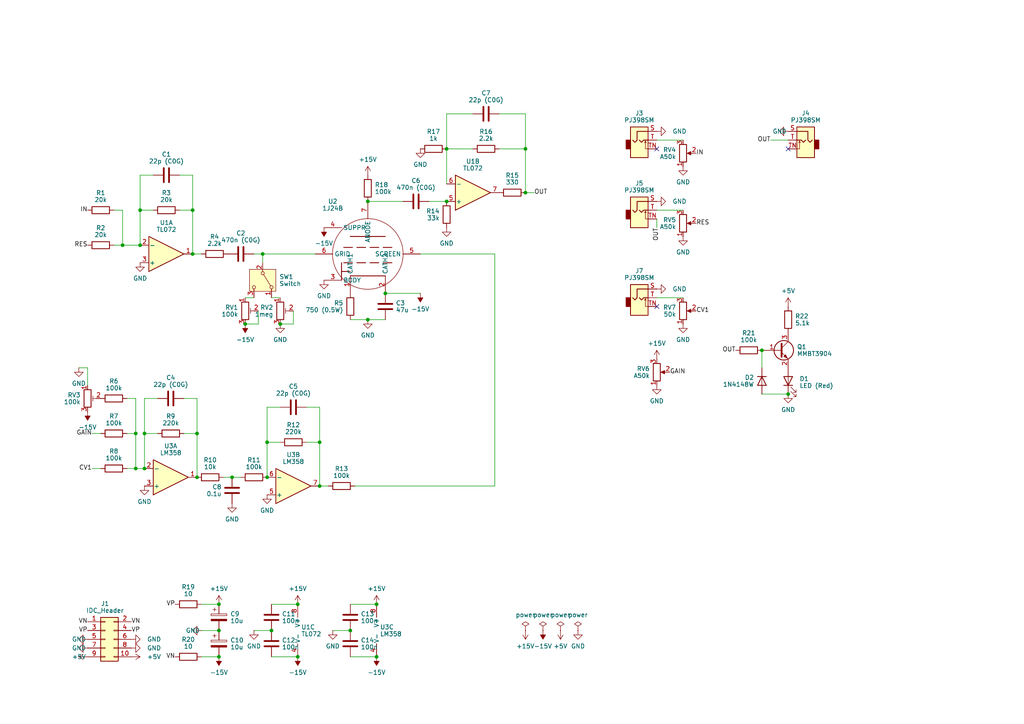
<source format=kicad_sch>
(kicad_sch (version 20211123) (generator "elektron")
  (paper "A4")
  (title_block (title "pentode vca") (date "02-02-2023") (rev "1") (comment 1 "main circuit") (comment 2 "pentode tube vca") (comment 4 "License CC BY 4.0 - Attribution 4.0 International"))
  (label "IN" (at 25.4 60.96 180))
  (symbol (lib_id "Device:R") (at 29.21 60.96 90) (unit 1)
    (property "Reference" "R1" (at 29.21 55.94 -90))
    (property "Value" "20k" (at 29.21 57.94 -90))
    (property "Footprint" Resistor_SMD:R_0805_2012Metric_Pad1.20x1.40mm_HandSolder (effects (hide yes) hide))
    (property "Description" "Resistor" (effects (hide yes)))
    (property "ki_keywords" "R res resistor" (effects (hide yes)))
    (property "ki_fp_filters" "R_*" (effects (hide yes)))
  )
  (wire (pts (xy 33.02 60.96) (xy 35.56 60.96)))
  (wire (pts (xy 35.56 60.96) (xy 35.56 71.12)))
  (junction (at 35.56 71.12))
  (wire (pts (xy 35.56 71.12) (xy 33.02 71.12)))
  (symbol (lib_id "Device:R") (at 29.21 71.12 270) (unit 1)
    (property "Reference" "R2" (at 29.21 66.1 -270))
    (property "Value" "20k" (at 29.21 68.1 -270))
    (property "Footprint" Resistor_SMD:R_0805_2012Metric_Pad1.20x1.40mm_HandSolder (effects (hide yes) hide))
    (property "Description" "Resistor" (effects (hide yes)))
    (property "ki_keywords" "R res resistor" (effects (hide yes)))
    (property "ki_fp_filters" "R_*" (effects (hide yes)))
  )
  (label "RES" (at 25.4 71.12 180))
  (wire (pts (xy 35.56 71.12) (xy 38.1 71.12)))
  (wire (pts (xy 38.1 71.12) (xy 40.64 71.12)))
  (symbol (lib_id "Amplifier_Operational:TL072") (at 48.26 73.66 0) (mirror x) (unit 1)
    (property "Reference" "U1" (at 48.26 64.58 0))
    (property "Value" "TL072" (at 48.26 66.58 0))
    (property "Footprint" Package_SO:SOIC-8_3.9x4.9mm_P1.27mm (effects (hide yes) hide))
    (property "Datasheet" "http://www.ti.com/lit/ds/symlink/tl071.pdf" (effects (hide yes)))
    (property "Description" "Dual Low-Noise JFET-Input Operational Amplifiers, DIP-8/SOIC-8" (effects (hide yes)))
    (property "ki_keywords" "dual opamp" (effects (hide yes)))
    (property "ki_fp_filters" "SOIC*3.9x4.9mm*P1.27mm* DIP*W7.62mm* TO*99* OnSemi*Micro8* TSSOP*3x3mm*P0.65mm* TSSOP*4.4x3mm*P0.65mm* MSOP*3x3mm*P0.65mm* SSOP*3.9x4.9mm*P0.635mm* LFCSP*2x2mm*P0.5mm* *SIP* SOIC*5.3x6.2mm*P1.27mm*" (effects (hide yes)))
  )
  (wire (pts (xy 55.88 73.66) (xy 55.88 60.96)))
  (junction (at 55.88 60.96))
  (wire (pts (xy 55.88 60.96) (xy 52.07 60.96)))
  (wire (pts (xy 44.45 60.96) (xy 40.64 60.96)))
  (symbol (lib_id "Device:R") (at 48.26 60.96 270) (unit 1)
    (property "Reference" "R3" (at 48.26 55.94 -270))
    (property "Value" "20k" (at 48.26 57.94 -270))
    (property "Footprint" Resistor_SMD:R_0805_2012Metric_Pad1.20x1.40mm_HandSolder (effects (hide yes) hide))
    (property "Description" "Resistor" (effects (hide yes)))
    (property "ki_keywords" "R res resistor" (effects (hide yes)))
    (property "ki_fp_filters" "R_*" (effects (hide yes)))
  )
  (junction (at 40.64 60.96))
  (wire (pts (xy 40.64 60.96) (xy 40.64 71.12)))
  (junction (at 40.64 71.12))
  (wire (pts (xy 40.64 60.96) (xy 40.64 50.8)))
  (wire (pts (xy 40.64 50.8) (xy 44.45 50.8)))
  (wire (pts (xy 52.07 50.8) (xy 55.88 50.8)))
  (symbol (lib_id "Device:C") (at 48.26 50.8 90) (unit 1)
    (property "Reference" "C1" (at 48.26 44.77 -90))
    (property "Value" "22p (C0G)" (at 48.26 46.77 -90))
    (property "Footprint" Capacitor_SMD:C_0805_2012Metric_Pad1.18x1.45mm_HandSolder (effects (hide yes) hide))
    (property "Description" "Unpolarized capacitor" (effects (hide yes)))
    (property "ki_keywords" "cap capacitor" (effects (hide yes)))
    (property "ki_fp_filters" "C_*" (effects (hide yes)))
  )
  (wire (pts (xy 55.88 50.8) (xy 55.88 60.96)))
  (symbol (lib_id "power:GND") (at 40.64 76.2 0) (unit 1)
    (property "Reference" "GND" (effects (hide yes)))
    (property "Value" "GND" (at 40.64 80.74 0))
    (property "Description" "Power symbol creates a global label with name \"GND\" , ground" (effects (hide yes)))
    (property "ki_keywords" "global power" (effects (hide yes)))
  )
  (junction (at 55.88 73.66))
  (wire (pts (xy 55.88 73.66) (xy 58.42 73.66)))
  (symbol (lib_id "Device:R") (at 62.23 73.66 90) (unit 1)
    (property "Reference" "R4" (at 62.23 68.64 -90))
    (property "Value" "2.2k" (at 62.23 70.64 -90))
    (property "Footprint" Resistor_SMD:R_0805_2012Metric_Pad1.20x1.40mm_HandSolder (effects (hide yes) hide))
    (property "Description" "Resistor" (effects (hide yes)))
    (property "ki_keywords" "R res resistor" (effects (hide yes)))
    (property "ki_fp_filters" "R_*" (effects (hide yes)))
  )
  (symbol (lib_id "Device:C") (at 69.85 73.66 90) (unit 1)
    (property "Reference" "C2" (at 69.85 67.63 -90))
    (property "Value" "470n (C0G)" (at 69.85 69.63 -90))
    (property "Footprint" Capacitor_SMD:C_2220_5750Metric_Pad1.97x5.40mm_HandSolder (effects (hide yes) hide))
    (property "Description" "Unpolarized capacitor" (effects (hide yes)))
    (property "ki_keywords" "cap capacitor" (effects (hide yes)))
    (property "ki_fp_filters" "C_*" (effects (hide yes)))
  )
  (wire (pts (xy 73.66 73.66) (xy 76.2 73.66)))
  (junction (at 76.2 73.66))
  (wire (pts (xy 76.2 73.66) (xy 91.44 73.66)))
  (symbol (lib_id "1j24b:1J24B") (at 106.68 73.66 0) (unit 1)
    (property "Reference" "U2" (at 96.52000000000001 58.419999999999995 0))
    (property "Value" "1J24B" (at 96.52000000000001 60.419999999999995 0))
    (property "Footprint" elektrophon:1J24B (effects hide))
    (property "SPICEPREFIX" "X" (effects hide))
  )
  (symbol (lib_id "power:GND") (at 93.98 81.28 0) (unit 1)
    (property "Reference" "GND" (effects (hide yes)))
    (property "Value" "GND" (at 93.98 85.82 0))
    (property "Description" "Power symbol creates a global label with name \"GND\" , ground" (effects (hide yes)))
    (property "ki_keywords" "global power" (effects (hide yes)))
  )
  (symbol (lib_id "power:-15V") (at 93.98 66.04 180) (unit 1)
    (property "Reference" "-15V" (effects (hide yes)))
    (property "Value" "-15V" (at 93.98 70.58 0))
    (property "Description" "Power symbol creates a global label with name \"-15V\"" (effects (hide yes)))
    (property "ki_keywords" "global power" (effects (hide yes)))
  )
  (wire (pts (xy 76.2 73.66) (xy 76.2 76.2)))
  (symbol (lib_id "Switch:SW_SPDT") (at 76.2 81.28 270) (unit 1)
    (property "Reference" "SW1" (at 81.01 80.28 -270) (effects (justify left)))
    (property "Value" "Switch" (at 81.01 82.28 -270) (effects (justify left)))
    (property "Footprint" elektrophon:SPDT_KIT (effects (hide yes) hide))
    (property "Description" "Switch, single pole double throw" (effects (hide yes)))
    (property "ki_keywords" "switch single-pole double-throw spdt ON-ON" (effects (hide yes)))
    (property "Spice_Model" "Switch1" (effects hide))
    (property "Spice_Primitive" "X" (effects hide))
  )
  (wire (pts (xy 73.66 86.36) (xy 71.12 86.36)))
  (symbol (lib_id "Device:R_Potentiometer_Trim") (at 71.12 90.17 0) (unit 1)
    (property "Reference" "RV1" (at 69.1 89.17 0) (effects (justify right)))
    (property "Value" "100k" (at 69.1 91.17 0) (effects (justify right)))
    (property "Footprint" Potentiometer_THT:Potentiometer_Bourns_3299W_Vertical (effects (hide yes) hide))
    (property "Description" "Trim-potentiometer" (effects (hide yes)))
    (property "ki_keywords" "resistor variable trimpot trimmer" (effects (hide yes)))
    (property "ki_fp_filters" "Potentiometer*" (effects (hide yes)))
  )
  (symbol (lib_id "power:-15V") (at 71.12 93.98 180) (unit 1)
    (property "Reference" "-15V" (effects (hide yes)))
    (property "Value" "-15V" (at 71.12 98.52 0))
    (property "Description" "Power symbol creates a global label with name \"-15V\"" (effects (hide yes)))
    (property "ki_keywords" "global power" (effects (hide yes)))
  )
  (wire (pts (xy 74.93 90.17) (xy 74.93 93.98)))
  (junction (at 71.12 93.98))
  (wire (pts (xy 74.93 93.98) (xy 71.12 93.98)))
  (wire (pts (xy 78.74 86.36) (xy 81.28 86.36)))
  (symbol (lib_id "Device:R_Potentiometer_Trim") (at 81.28 90.17 0) (unit 1)
    (property "Reference" "RV2" (at 79.26 89.17 0) (effects (justify right)))
    (property "Value" "1meg" (at 79.26 91.17 0) (effects (justify right)))
    (property "Footprint" Potentiometer_THT:Potentiometer_Bourns_3299W_Vertical (effects (hide yes) hide))
    (property "Description" "Trim-potentiometer" (effects (hide yes)))
    (property "ki_keywords" "resistor variable trimpot trimmer" (effects (hide yes)))
    (property "ki_fp_filters" "Potentiometer*" (effects (hide yes)))
  )
  (symbol (lib_id "power:GND") (at 81.28 93.98 0) (unit 1)
    (property "Reference" "GND" (effects (hide yes)))
    (property "Value" "GND" (at 81.28 98.52 0))
    (property "Description" "Power symbol creates a global label with name \"GND\" , ground" (effects (hide yes)))
    (property "ki_keywords" "global power" (effects (hide yes)))
  )
  (wire (pts (xy 85.09 90.17) (xy 85.09 93.98)))
  (junction (at 81.28 93.98))
  (wire (pts (xy 85.09 93.98) (xy 81.28 93.98)))
  (symbol (lib_id "Device:R") (at 101.6 88.9 0) (unit 1)
    (property "Reference" "R5" (at 99.58 87.9 0) (effects (justify right)))
    (property "Value" "750 (0.5W)" (at 99.58 89.9 0) (effects (justify right)))
    (property "Footprint" Resistor_SMD:R_0805_2012Metric_Pad1.20x1.40mm_HandSolder (effects (hide yes) hide))
    (property "Description" "Resistor" (effects (hide yes)))
    (property "ki_keywords" "R res resistor" (effects (hide yes)))
    (property "ki_fp_filters" "R_*" (effects (hide yes)))
  )
  (wire (pts (xy 101.6 92.71) (xy 106.68 92.71)))
  (junction (at 106.68 92.71))
  (wire (pts (xy 106.68 92.71) (xy 111.76 92.71)))
  (symbol (lib_id "Device:C") (at 111.76 88.9 180) (unit 1)
    (property "Reference" "C3" (at 114.79 87.9 0) (effects (justify right)))
    (property "Value" "47u" (at 114.79 89.9 0) (effects (justify right)))
    (property "Footprint" Capacitor_SMD:C_2220_5750Metric_Pad1.97x5.40mm_HandSolder (effects (hide yes) hide))
    (property "Description" "Unpolarized capacitor" (effects (hide yes)))
    (property "ki_keywords" "cap capacitor" (effects (hide yes)))
    (property "ki_fp_filters" "C_*" (effects (hide yes)))
  )
  (junction (at 111.76 85.09))
  (wire (pts (xy 111.76 85.09) (xy 121.92 85.09)))
  (symbol (lib_id "power:-15V") (at 121.92 85.09 180) (unit 1)
    (property "Reference" "-15V" (effects (hide yes)))
    (property "Value" "-15V" (at 121.92 89.63 0))
    (property "Description" "Power symbol creates a global label with name \"-15V\"" (effects (hide yes)))
    (property "ki_keywords" "global power" (effects (hide yes)))
  )
  (symbol (lib_id "power:GND") (at 106.68 92.71 0) (unit 1)
    (property "Reference" "GND" (effects (hide yes)))
    (property "Value" "GND" (at 106.68 97.25 0))
    (property "Description" "Power symbol creates a global label with name \"GND\" , ground" (effects (hide yes)))
    (property "ki_keywords" "global power" (effects (hide yes)))
  )
  (symbol (lib_id "Device:R_Potentiometer_Trim") (at 25.4 115.57 0) (unit 1)
    (property "Reference" "RV3" (at 23.38 114.57 0) (effects (justify right)))
    (property "Value" "100k" (at 23.38 116.57 0) (effects (justify right)))
    (property "Footprint" Potentiometer_THT:Potentiometer_Bourns_3299W_Vertical (effects (hide yes) hide))
    (property "Description" "Trim-potentiometer" (effects (hide yes)))
    (property "ki_keywords" "resistor variable trimpot trimmer" (effects (hide yes)))
    (property "ki_fp_filters" "Potentiometer*" (effects (hide yes)))
  )
  (symbol (lib_id "Device:R") (at 33.02 115.57 90) (unit 1)
    (property "Reference" "R6" (at 33.02 110.55 -90))
    (property "Value" "100k" (at 33.02 112.55 -90))
    (property "Footprint" Resistor_SMD:R_0805_2012Metric_Pad1.20x1.40mm_HandSolder (effects (hide yes) hide))
    (property "Description" "Resistor" (effects (hide yes)))
    (property "ki_keywords" "R res resistor" (effects (hide yes)))
    (property "ki_fp_filters" "R_*" (effects (hide yes)))
  )
  (wire (pts (xy 36.83 115.57) (xy 39.37 115.57)))
  (wire (pts (xy 39.37 115.57) (xy 39.37 125.73)))
  (junction (at 39.37 125.73))
  (wire (pts (xy 39.37 125.73) (xy 36.83 125.73)))
  (symbol (lib_id "Device:R") (at 33.02 125.73 270) (unit 1)
    (property "Reference" "R7" (at 33.02 120.71 -270))
    (property "Value" "100k" (at 33.02 122.71 -270))
    (property "Footprint" Resistor_SMD:R_0805_2012Metric_Pad1.20x1.40mm_HandSolder (effects (hide yes) hide))
    (property "Description" "Resistor" (effects (hide yes)))
    (property "ki_keywords" "R res resistor" (effects (hide yes)))
    (property "ki_fp_filters" "R_*" (effects (hide yes)))
  )
  (wire (pts (xy 29.21 125.73) (xy 26.67 125.73)))
  (label "GAIN" (at 26.67 125.73 180))
  (wire (pts (xy 39.37 125.73) (xy 39.37 135.89)))
  (junction (at 39.37 135.89))
  (wire (pts (xy 39.37 135.89) (xy 36.83 135.89)))
  (symbol (lib_id "Device:R") (at 33.02 135.89 270) (unit 1)
    (property "Reference" "R8" (at 33.02 130.87 -270))
    (property "Value" "100k" (at 33.02 132.87 -270))
    (property "Footprint" Resistor_SMD:R_0805_2012Metric_Pad1.20x1.40mm_HandSolder (effects (hide yes) hide))
    (property "Description" "Resistor" (effects (hide yes)))
    (property "ki_keywords" "R res resistor" (effects (hide yes)))
    (property "ki_fp_filters" "R_*" (effects (hide yes)))
  )
  (wire (pts (xy 29.21 135.89) (xy 26.67 135.89)))
  (label "CV1" (at 26.67 135.89 180))
  (wire (pts (xy 25.4 111.76) (xy 25.4 106.68)))
  (wire (pts (xy 25.4 106.68) (xy 22.86 106.68)))
  (symbol (lib_id "power:GND") (at 22.86 106.68 0) (unit 1)
    (property "Reference" "GND" (effects (hide yes)))
    (property "Value" "GND" (at 22.86 111.22 0))
    (property "Description" "Power symbol creates a global label with name \"GND\" , ground" (effects (hide yes)))
    (property "ki_keywords" "global power" (effects (hide yes)))
  )
  (symbol (lib_id "power:-15V") (at 25.4 119.38 180) (unit 1)
    (property "Reference" "-15V" (effects (hide yes)))
    (property "Value" "-15V" (at 25.4 123.92 0))
    (property "Description" "Power symbol creates a global label with name \"-15V\"" (effects (hide yes)))
    (property "ki_keywords" "global power" (effects (hide yes)))
  )
  (junction (at 41.91 135.89))
  (wire (pts (xy 39.37 135.89) (xy 41.91 135.89)))
  (symbol (lib_id "Amplifier_Operational:LM358") (at 49.53 138.43 0) (mirror x) (unit 1)
    (property "Reference" "U3" (at 49.53 129.35 0))
    (property "Value" "LM358" (at 49.53 131.35 0))
    (property "Footprint" Package_SO:SOIC-8_3.9x4.9mm_P1.27mm (effects (hide yes) hide))
    (property "Datasheet" "http://www.ti.com/lit/ds/symlink/lm2904-n.pdf" (effects (hide yes)))
    (property "Description" "Low-Power, Dual Operational Amplifiers, DIP-8/SOIC-8/TO-99-8" (effects (hide yes)))
    (property "ki_keywords" "dual opamp" (effects (hide yes)))
    (property "ki_fp_filters" "SOIC*3.9x4.9mm*P1.27mm* DIP*W7.62mm* TO*99* OnSemi*Micro8* TSSOP*3x3mm*P0.65mm* TSSOP*4.4x3mm*P0.65mm* MSOP*3x3mm*P0.65mm* SSOP*3.9x4.9mm*P0.635mm* LFCSP*2x2mm*P0.5mm* *SIP* SOIC*5.3x6.2mm*P1.27mm*" (effects (hide yes)))
  )
  (junction (at 57.15 138.43))
  (wire (pts (xy 57.15 138.43) (xy 57.15 125.73)))
  (junction (at 57.15 125.73))
  (wire (pts (xy 57.15 125.73) (xy 53.34 125.73)))
  (wire (pts (xy 45.72 125.73) (xy 41.91 125.73)))
  (symbol (lib_id "Device:R") (at 49.53 125.73 270) (unit 1)
    (property "Reference" "R9" (at 49.53 120.71 -270))
    (property "Value" "220k" (at 49.53 122.71 -270))
    (property "Footprint" Resistor_SMD:R_0805_2012Metric_Pad1.20x1.40mm_HandSolder (effects (hide yes) hide))
    (property "Description" "Resistor" (effects (hide yes)))
    (property "ki_keywords" "R res resistor" (effects (hide yes)))
    (property "ki_fp_filters" "R_*" (effects (hide yes)))
  )
  (junction (at 41.91 125.73))
  (wire (pts (xy 41.91 125.73) (xy 41.91 135.89)))
  (wire (pts (xy 41.91 125.73) (xy 41.91 115.57)))
  (wire (pts (xy 41.91 115.57) (xy 45.72 115.57)))
  (wire (pts (xy 53.34 115.57) (xy 57.15 115.57)))
  (symbol (lib_id "Device:C") (at 49.53 115.57 90) (unit 1)
    (property "Reference" "C4" (at 49.53 109.54 -90))
    (property "Value" "22p (C0G)" (at 49.53 111.54 -90))
    (property "Footprint" Capacitor_SMD:C_0805_2012Metric_Pad1.18x1.45mm_HandSolder (effects (hide yes) hide))
    (property "Description" "Unpolarized capacitor" (effects (hide yes)))
    (property "ki_keywords" "cap capacitor" (effects (hide yes)))
    (property "ki_fp_filters" "C_*" (effects (hide yes)))
  )
  (wire (pts (xy 57.15 115.57) (xy 57.15 125.73)))
  (symbol (lib_id "Device:R") (at 60.96 138.43 90) (unit 1)
    (property "Reference" "R10" (at 60.96 133.41 -90))
    (property "Value" "10k" (at 60.96 135.41 -90))
    (property "Footprint" Resistor_SMD:R_0805_2012Metric_Pad1.20x1.40mm_HandSolder (effects (hide yes) hide))
    (property "Description" "Resistor" (effects (hide yes)))
    (property "ki_keywords" "R res resistor" (effects (hide yes)))
    (property "ki_fp_filters" "R_*" (effects (hide yes)))
  )
  (wire (pts (xy 64.77 138.43) (xy 67.31 138.43)))
  (junction (at 67.31 138.43))
  (wire (pts (xy 67.31 138.43) (xy 69.85 138.43)))
  (symbol (lib_id "Device:R") (at 73.66 138.43 90) (unit 1)
    (property "Reference" "R11" (at 73.66 133.41 -90))
    (property "Value" "100k" (at 73.66 135.41 -90))
    (property "Footprint" Resistor_SMD:R_0805_2012Metric_Pad1.20x1.40mm_HandSolder (effects (hide yes) hide))
    (property "Description" "Resistor" (effects (hide yes)))
    (property "ki_keywords" "R res resistor" (effects (hide yes)))
    (property "ki_fp_filters" "R_*" (effects (hide yes)))
  )
  (symbol (lib_id "Amplifier_Operational:LM358") (at 85.09 140.97 0) (mirror x) (unit 2)
    (property "Reference" "U3" (at 85.09 131.89 0))
    (property "Value" "LM358" (at 85.09 133.89 0))
    (property "Footprint" Package_SO:SOIC-8_3.9x4.9mm_P1.27mm (effects (hide yes) hide))
    (property "Datasheet" "http://www.ti.com/lit/ds/symlink/lm2904-n.pdf" (effects (hide yes)))
    (property "Description" "Low-Power, Dual Operational Amplifiers, DIP-8/SOIC-8/TO-99-8" (effects (hide yes)))
    (property "ki_keywords" "dual opamp" (effects (hide yes)))
    (property "ki_fp_filters" "SOIC*3.9x4.9mm*P1.27mm* DIP*W7.62mm* TO*99* OnSemi*Micro8* TSSOP*3x3mm*P0.65mm* TSSOP*4.4x3mm*P0.65mm* MSOP*3x3mm*P0.65mm* SSOP*3.9x4.9mm*P0.635mm* LFCSP*2x2mm*P0.5mm* *SIP* SOIC*5.3x6.2mm*P1.27mm*" (effects (hide yes)))
  )
  (wire (pts (xy 92.71 140.97) (xy 92.71 128.27)))
  (junction (at 92.71 128.27))
  (wire (pts (xy 92.71 128.27) (xy 88.9 128.27)))
  (wire (pts (xy 81.28 128.27) (xy 77.47 128.27)))
  (symbol (lib_id "Device:R") (at 85.09 128.27 270) (unit 1)
    (property "Reference" "R12" (at 85.09 123.25 -270))
    (property "Value" "220k" (at 85.09 125.25 -270))
    (property "Footprint" Resistor_SMD:R_0805_2012Metric_Pad1.20x1.40mm_HandSolder (effects (hide yes) hide))
    (property "Description" "Resistor" (effects (hide yes)))
    (property "ki_keywords" "R res resistor" (effects (hide yes)))
    (property "ki_fp_filters" "R_*" (effects (hide yes)))
  )
  (junction (at 77.47 128.27))
  (junction (at 77.47 138.43))
  (wire (pts (xy 77.47 128.27) (xy 77.47 138.43)))
  (wire (pts (xy 77.47 128.27) (xy 77.47 118.11)))
  (wire (pts (xy 77.47 118.11) (xy 81.28 118.11)))
  (wire (pts (xy 88.9 118.11) (xy 92.71 118.11)))
  (symbol (lib_id "Device:C") (at 85.09 118.11 90) (unit 1)
    (property "Reference" "C5" (at 85.09 112.08 -90))
    (property "Value" "22p (C0G)" (at 85.09 114.08 -90))
    (property "Footprint" Capacitor_SMD:C_0805_2012Metric_Pad1.18x1.45mm_HandSolder (effects (hide yes) hide))
    (property "Description" "Unpolarized capacitor" (effects (hide yes)))
    (property "ki_keywords" "cap capacitor" (effects (hide yes)))
    (property "ki_fp_filters" "C_*" (effects (hide yes)))
  )
  (wire (pts (xy 92.71 118.11) (xy 92.71 128.27)))
  (junction (at 92.71 140.97))
  (wire (pts (xy 92.71 140.97) (xy 95.25 140.97)))
  (symbol (lib_id "Device:R") (at 99.06 140.97 90) (unit 1)
    (property "Reference" "R13" (at 99.06 135.95 -90))
    (property "Value" "100k" (at 99.06 137.95 -90))
    (property "Footprint" Resistor_SMD:R_0805_2012Metric_Pad1.20x1.40mm_HandSolder (effects (hide yes) hide))
    (property "Description" "Resistor" (effects (hide yes)))
    (property "ki_keywords" "R res resistor" (effects (hide yes)))
    (property "ki_fp_filters" "R_*" (effects (hide yes)))
  )
  (wire (pts (xy 102.87 140.97) (xy 143.51 140.97)))
  (wire (pts (xy 143.51 140.97) (xy 143.51 73.66)))
  (wire (pts (xy 143.51 73.66) (xy 121.92 73.66)))
  (junction (at 106.68 58.42))
  (wire (pts (xy 106.68 58.42) (xy 116.84 58.42)))
  (symbol (lib_id "Device:C") (at 120.65 58.42 90) (unit 1)
    (property "Reference" "C6" (at 120.65 52.39 -90))
    (property "Value" "470n (C0G)" (at 120.65 54.39 -90))
    (property "Footprint" Capacitor_SMD:C_2220_5750Metric_Pad1.97x5.40mm_HandSolder (effects (hide yes) hide))
    (property "Description" "Unpolarized capacitor" (effects (hide yes)))
    (property "ki_keywords" "cap capacitor" (effects (hide yes)))
    (property "ki_fp_filters" "C_*" (effects (hide yes)))
  )
  (wire (pts (xy 124.46 58.42) (xy 129.54 58.42)))
  (junction (at 129.54 58.42))
  (symbol (lib_id "Amplifier_Operational:TL072") (at 137.16 55.88 0) (mirror x) (unit 2)
    (property "Reference" "U1" (at 137.16 46.8 0))
    (property "Value" "TL072" (at 137.16 48.8 0))
    (property "Footprint" Package_SO:SOIC-8_3.9x4.9mm_P1.27mm (effects (hide yes) hide))
    (property "Datasheet" "http://www.ti.com/lit/ds/symlink/tl071.pdf" (effects (hide yes)))
    (property "Description" "Dual Low-Noise JFET-Input Operational Amplifiers, DIP-8/SOIC-8" (effects (hide yes)))
    (property "ki_keywords" "dual opamp" (effects (hide yes)))
    (property "ki_fp_filters" "SOIC*3.9x4.9mm*P1.27mm* DIP*W7.62mm* TO*99* OnSemi*Micro8* TSSOP*3x3mm*P0.65mm* TSSOP*4.4x3mm*P0.65mm* MSOP*3x3mm*P0.65mm* SSOP*3.9x4.9mm*P0.635mm* LFCSP*2x2mm*P0.5mm* *SIP* SOIC*5.3x6.2mm*P1.27mm*" (effects (hide yes)))
  )
  (symbol (lib_id "Device:R") (at 129.54 62.23 0) (unit 1)
    (property "Reference" "R14" (at 127.52000000000001 61.230000000000004 0) (effects (justify right)))
    (property "Value" "33k" (at 127.52000000000001 63.230000000000004 0) (effects (justify right)))
    (property "Footprint" Resistor_SMD:R_0805_2012Metric_Pad1.20x1.40mm_HandSolder (effects (hide yes) hide))
    (property "Description" "Resistor" (effects (hide yes)))
    (property "ki_keywords" "R res resistor" (effects (hide yes)))
    (property "ki_fp_filters" "R_*" (effects (hide yes)))
  )
  (symbol (lib_id "power:GND") (at 129.54 66.04 0) (unit 1)
    (property "Reference" "GND" (effects (hide yes)))
    (property "Value" "GND" (at 129.54 70.58 0))
    (property "Description" "Power symbol creates a global label with name \"GND\" , ground" (effects (hide yes)))
    (property "ki_keywords" "global power" (effects (hide yes)))
  )
  (symbol (lib_id "Device:R") (at 148.59 55.88 90) (unit 1)
    (property "Reference" "R15" (at 148.59 50.86 -90))
    (property "Value" "330" (at 148.59 52.86 -90))
    (property "Footprint" Resistor_SMD:R_0805_2012Metric_Pad1.20x1.40mm_HandSolder (effects (hide yes) hide))
    (property "Description" "Resistor" (effects (hide yes)))
    (property "ki_keywords" "R res resistor" (effects (hide yes)))
    (property "ki_fp_filters" "R_*" (effects (hide yes)))
  )
  (wire (pts (xy 152.4 55.88) (xy 152.4 43.18)))
  (junction (at 152.4 43.18))
  (wire (pts (xy 152.4 43.18) (xy 144.78 43.18)))
  (wire (pts (xy 137.16 43.18) (xy 129.54 43.18)))
  (symbol (lib_id "Device:R") (at 140.97 43.18 90) (unit 1)
    (property "Reference" "R16" (at 140.97 38.16 -90))
    (property "Value" "2.2k" (at 140.97 40.16 -90))
    (property "Footprint" Resistor_SMD:R_0805_2012Metric_Pad1.20x1.40mm_HandSolder (effects (hide yes) hide))
    (property "Description" "Resistor" (effects (hide yes)))
    (property "ki_keywords" "R res resistor" (effects (hide yes)))
    (property "ki_fp_filters" "R_*" (effects (hide yes)))
  )
  (junction (at 129.54 43.18))
  (wire (pts (xy 129.54 43.18) (xy 129.54 53.34)))
  (symbol (lib_id "Device:R") (at 125.73 43.18 270) (unit 1)
    (property "Reference" "R17" (at 125.73 38.16 -270))
    (property "Value" "1k" (at 125.73 40.16 -270))
    (property "Footprint" Resistor_SMD:R_0805_2012Metric_Pad1.20x1.40mm_HandSolder (effects (hide yes) hide))
    (property "Description" "Resistor" (effects (hide yes)))
    (property "ki_keywords" "R res resistor" (effects (hide yes)))
    (property "ki_fp_filters" "R_*" (effects (hide yes)))
  )
  (symbol (lib_id "power:GND") (at 121.92 43.18 0) (unit 1)
    (property "Reference" "GND" (effects (hide yes)))
    (property "Value" "GND" (at 121.92 47.72 0))
    (property "Description" "Power symbol creates a global label with name \"GND\" , ground" (effects (hide yes)))
    (property "ki_keywords" "global power" (effects (hide yes)))
  )
  (wire (pts (xy 129.54 43.18) (xy 129.54 33.02)))
  (wire (pts (xy 129.54 33.02) (xy 137.16 33.02)))
  (wire (pts (xy 144.78 33.02) (xy 152.4 33.02)))
  (symbol (lib_id "Device:C") (at 140.97 33.02 90) (unit 1)
    (property "Reference" "C7" (at 140.97 26.99 -90))
    (property "Value" "22p (C0G)" (at 140.97 28.99 -90))
    (property "Footprint" Capacitor_SMD:C_0805_2012Metric_Pad1.18x1.45mm_HandSolder (effects (hide yes) hide))
    (property "Description" "Unpolarized capacitor" (effects (hide yes)))
    (property "ki_keywords" "cap capacitor" (effects (hide yes)))
    (property "ki_fp_filters" "C_*" (effects (hide yes)))
  )
  (wire (pts (xy 152.4 33.02) (xy 152.4 43.18)))
  (junction (at 152.4 55.88))
  (wire (pts (xy 152.4 55.88) (xy 154.94 55.88)))
  (label "OUT" (at 154.94 55.88 0))
  (symbol (lib_id "Device:R") (at 106.68 54.61 180) (unit 1)
    (property "Reference" "R18" (at 108.7 53.61 0) (effects (justify right)))
    (property "Value" "100k" (at 108.7 55.61 0) (effects (justify right)))
    (property "Footprint" Resistor_SMD:R_0805_2012Metric_Pad1.20x1.40mm_HandSolder (effects (hide yes) hide))
    (property "Description" "Resistor" (effects (hide yes)))
    (property "ki_keywords" "R res resistor" (effects (hide yes)))
    (property "ki_fp_filters" "R_*" (effects (hide yes)))
  )
  (symbol (lib_id "power:+15V") (at 106.68 50.8 0) (unit 1)
    (property "Reference" "+15V" (effects (hide yes)))
    (property "Value" "+15V" (at 106.68 46.26 0))
    (property "Description" "Power symbol creates a global label with name \"+15V\"" (effects (hide yes)))
    (property "ki_keywords" "global power" (effects (hide yes)))
  )
  (symbol (lib_id "power:GND") (at 41.91 140.97 0) (unit 1)
    (property "Reference" "GND" (effects (hide yes)))
    (property "Value" "GND" (at 41.91 145.51 0))
    (property "Description" "Power symbol creates a global label with name \"GND\" , ground" (effects (hide yes)))
    (property "ki_keywords" "global power" (effects (hide yes)))
  )
  (symbol (lib_id "power:GND") (at 77.47 143.51 0) (unit 1)
    (property "Reference" "GND" (effects (hide yes)))
    (property "Value" "GND" (at 77.47 148.05 0))
    (property "Description" "Power symbol creates a global label with name \"GND\" , ground" (effects (hide yes)))
    (property "ki_keywords" "global power" (effects (hide yes)))
  )
  (symbol (lib_id "Device:C") (at 67.31 142.24 0) (unit 1)
    (property "Reference" "C8" (at 64.28 141.24 0) (effects (justify right)))
    (property "Value" "0.1u" (at 64.28 143.24 0) (effects (justify right)))
    (property "Footprint" Capacitor_SMD:C_0805_2012Metric_Pad1.18x1.45mm_HandSolder (effects (hide yes) hide))
    (property "Description" "Unpolarized capacitor" (effects (hide yes)))
    (property "ki_keywords" "cap capacitor" (effects (hide yes)))
    (property "ki_fp_filters" "C_*" (effects (hide yes)))
  )
  (symbol (lib_id "power:GND") (at 67.31 146.05 0) (unit 1)
    (property "Reference" "GND" (effects (hide yes)))
    (property "Value" "GND" (at 67.31 150.59 0))
    (property "Description" "Power symbol creates a global label with name \"GND\" , ground" (effects (hide yes)))
    (property "ki_keywords" "global power" (effects (hide yes)))
  )
  (symbol (lib_id "Connector_Audio:AudioJack2_SwitchT") (at 185.42 40.64 0) (unit 1)
    (property "Reference" "J3" (at 185.42 32.83 0))
    (property "Value" "PJ398SM" (at 185.42 34.83 0))
    (property "Footprint" elektrophon:Jack_3.5mm_WQP-PJ398SM_Vertical (effects (hide yes) hide))
    (property "Description" "Audio Jack, 2 Poles (Mono / TS), Switched T Pole (Normalling)" (effects (hide yes)))
    (property "ki_keywords" "audio jack receptacle mono headphones phone TS connector" (effects (hide yes)))
    (property "ki_fp_filters" "Jack*" (effects (hide yes)))
  )
  (symbol (lib_id "power:GND") (at 190.5 38.1 90) (unit 1)
    (property "Reference" "GND" (effects (hide yes)))
    (property "Value" "GND" (at 195.04 38.1 90) (effects (justify right)))
    (property "Description" "Power symbol creates a global label with name \"GND\" , ground" (effects (hide yes)))
    (property "ki_keywords" "global power" (effects (hide yes)))
  )
  (no_connect (at 190.5 43.18))
  (wire (pts (xy 190.5 40.64) (xy 198.12 40.64)))
  (symbol (lib_id "Device:R_Potentiometer") (at 198.12 44.45 0) (mirror x) (unit 1)
    (property "Reference" "RV4" (at 196.1 43.45 0) (effects (justify right)))
    (property "Value" "A50k" (at 196.1 45.45 0) (effects (justify right)))
    (property "Footprint" elektrophon:Potentiometer_Alpha_RD901F-40-00D_Single_Vertical (effects (hide yes) hide))
    (property "Description" "Potentiometer" (effects (hide yes)))
    (property "ki_keywords" "resistor variable" (effects (hide yes)))
    (property "ki_fp_filters" "Potentiometer*" (effects (hide yes)))
    (property "Spice_Primitive" "X" (effects hide))
    (property "Spice_Netlist_Enabled" "Y" (effects hide))
    (property "Spice_Model" "Potentiometer1" (effects hide))
  )
  (label "IN" (at 201.93 44.45 0))
  (symbol (lib_id "power:GND") (at 198.12 48.26 0) (unit 1)
    (property "Reference" "GND" (effects (hide yes)))
    (property "Value" "GND" (at 198.12 52.8 0))
    (property "Description" "Power symbol creates a global label with name \"GND\" , ground" (effects (hide yes)))
    (property "ki_keywords" "global power" (effects (hide yes)))
  )
  (symbol (lib_id "Connector_Audio:AudioJack2_SwitchT") (at 233.68 40.64 0) (mirror y) (unit 1)
    (property "Reference" "J4" (at 233.68 32.83 0))
    (property "Value" "PJ398SM" (at 233.68 34.83 0))
    (property "Footprint" elektrophon:Jack_3.5mm_WQP-PJ398SM_Vertical (effects (hide yes) hide))
    (property "Description" "Audio Jack, 2 Poles (Mono / TS), Switched T Pole (Normalling)" (effects (hide yes)))
    (property "ki_keywords" "audio jack receptacle mono headphones phone TS connector" (effects (hide yes)))
    (property "ki_fp_filters" "Jack*" (effects (hide yes)))
  )
  (wire (pts (xy 228.6 40.64) (xy 223.52 40.64)))
  (label "OUT" (at 223.52 40.64 180))
  (symbol (lib_id "power:GND") (at 228.6 38.1 270) (unit 1)
    (property "Reference" "GND" (effects (hide yes)))
    (property "Value" "GND" (at 224.06 38.1 -270) (effects (justify left)))
    (property "Description" "Power symbol creates a global label with name \"GND\" , ground" (effects (hide yes)))
    (property "ki_keywords" "global power" (effects (hide yes)))
  )
  (no_connect (at 228.6 43.18))
  (symbol (lib_id "Connector_Audio:AudioJack2_SwitchT") (at 185.42 60.96 0) (unit 1)
    (property "Reference" "J5" (at 185.42 53.15 0))
    (property "Value" "PJ398SM" (at 185.42 55.15 0))
    (property "Footprint" elektrophon:Jack_3.5mm_WQP-PJ398SM_Vertical (effects (hide yes) hide))
    (property "Description" "Audio Jack, 2 Poles (Mono / TS), Switched T Pole (Normalling)" (effects (hide yes)))
    (property "ki_keywords" "audio jack receptacle mono headphones phone TS connector" (effects (hide yes)))
    (property "ki_fp_filters" "Jack*" (effects (hide yes)))
  )
  (symbol (lib_id "power:GND") (at 190.5 58.42 90) (unit 1)
    (property "Reference" "GND" (effects (hide yes)))
    (property "Value" "GND" (at 195.04 58.42 90) (effects (justify right)))
    (property "Description" "Power symbol creates a global label with name \"GND\" , ground" (effects (hide yes)))
    (property "ki_keywords" "global power" (effects (hide yes)))
  )
  (wire (pts (xy 190.5 63.5) (xy 190.5 66.04)))
  (label "OUT" (at 190.5 66.04 270))
  (wire (pts (xy 190.5 60.96) (xy 198.12 60.96)))
  (symbol (lib_id "Device:R_Potentiometer") (at 198.12 64.77 0) (mirror x) (unit 1)
    (property "Reference" "RV5" (at 196.1 63.769999999999996 0) (effects (justify right)))
    (property "Value" "A50k" (at 196.1 65.77 0) (effects (justify right)))
    (property "Footprint" elektrophon:Potentiometer_Alpha_RD901F-40-00D_Single_Vertical (effects (hide yes) hide))
    (property "Description" "Potentiometer" (effects (hide yes)))
    (property "ki_keywords" "resistor variable" (effects (hide yes)))
    (property "ki_fp_filters" "Potentiometer*" (effects (hide yes)))
    (property "Spice_Primitive" "X" (effects hide))
    (property "Spice_Netlist_Enabled" "Y" (effects hide))
    (property "Spice_Model" "Potentiometer1" (effects hide))
  )
  (label "RES" (at 201.93 64.77 0))
  (symbol (lib_id "power:GND") (at 198.12 68.58 0) (unit 1)
    (property "Reference" "GND" (effects (hide yes)))
    (property "Value" "GND" (at 198.12 73.12 0))
    (property "Description" "Power symbol creates a global label with name \"GND\" , ground" (effects (hide yes)))
    (property "ki_keywords" "global power" (effects (hide yes)))
  )
  (symbol (lib_id "Device:R_Potentiometer") (at 190.5 107.95 0) (mirror x) (unit 1)
    (property "Reference" "RV6" (at 188.48 106.95 0) (effects (justify right)))
    (property "Value" "A50k" (at 188.48 108.95 0) (effects (justify right)))
    (property "Footprint" elektrophon:Potentiometer_Alpha_RD901F-40-00D_Single_Vertical (effects (hide yes) hide))
    (property "Description" "Potentiometer" (effects (hide yes)))
    (property "ki_keywords" "resistor variable" (effects (hide yes)))
    (property "ki_fp_filters" "Potentiometer*" (effects (hide yes)))
    (property "Spice_Primitive" "X" (effects hide))
    (property "Spice_Netlist_Enabled" "Y" (effects hide))
    (property "Spice_Model" "Potentiometer1" (effects hide))
  )
  (symbol (lib_id "power:+15V") (at 190.5 104.14 0) (unit 1)
    (property "Reference" "+15V" (effects (hide yes)))
    (property "Value" "+15V" (at 190.5 99.6 0))
    (property "Description" "Power symbol creates a global label with name \"+15V\"" (effects (hide yes)))
    (property "ki_keywords" "global power" (effects (hide yes)))
  )
  (symbol (lib_id "power:GND") (at 190.5 111.76 0) (unit 1)
    (property "Reference" "GND" (effects (hide yes)))
    (property "Value" "GND" (at 190.5 116.3 0))
    (property "Description" "Power symbol creates a global label with name \"GND\" , ground" (effects (hide yes)))
    (property "ki_keywords" "global power" (effects (hide yes)))
  )
  (label "GAIN" (at 194.31 107.95 0))
  (symbol (lib_id "Connector_Audio:AudioJack2_SwitchT") (at 185.42 86.36 0) (unit 1)
    (property "Reference" "J7" (at 185.42 78.55 0))
    (property "Value" "PJ398SM" (at 185.42 80.55 0))
    (property "Footprint" elektrophon:Jack_3.5mm_WQP-PJ398SM_Vertical (effects (hide yes) hide))
    (property "Description" "Audio Jack, 2 Poles (Mono / TS), Switched T Pole (Normalling)" (effects (hide yes)))
    (property "ki_keywords" "audio jack receptacle mono headphones phone TS connector" (effects (hide yes)))
    (property "ki_fp_filters" "Jack*" (effects (hide yes)))
  )
  (symbol (lib_id "power:GND") (at 190.5 83.82 90) (unit 1)
    (property "Reference" "GND" (effects (hide yes)))
    (property "Value" "GND" (at 195.04 83.82 90) (effects (justify right)))
    (property "Description" "Power symbol creates a global label with name \"GND\" , ground" (effects (hide yes)))
    (property "ki_keywords" "global power" (effects (hide yes)))
  )
  (no_connect (at 190.5 88.9))
  (wire (pts (xy 190.5 86.36) (xy 198.12 86.36)))
  (symbol (lib_id "Device:R_Potentiometer") (at 198.12 90.17 0) (mirror x) (unit 1)
    (property "Reference" "RV7" (at 196.1 89.17 0) (effects (justify right)))
    (property "Value" "50k" (at 196.1 91.17 0) (effects (justify right)))
    (property "Footprint" elektrophon:Potentiometer_Alpha_RD901F-40-00D_Single_Vertical (effects (hide yes) hide))
    (property "Description" "Potentiometer" (effects (hide yes)))
    (property "ki_keywords" "resistor variable" (effects (hide yes)))
    (property "ki_fp_filters" "Potentiometer*" (effects (hide yes)))
    (property "Spice_Model" "Potentiometer1" (effects hide))
    (property "Spice_Primitive" "X" (effects hide))
    (property "Spice_Netlist_Enabled" "Y" (effects hide))
  )
  (label "CV1" (at 201.93 90.17 0))
  (symbol (lib_id "power:GND") (at 198.12 93.98 0) (unit 1)
    (property "Reference" "GND" (effects (hide yes)))
    (property "Value" "GND" (at 198.12 98.52 0))
    (property "Description" "Power symbol creates a global label with name \"GND\" , ground" (effects (hide yes)))
    (property "ki_keywords" "global power" (effects (hide yes)))
  )
  (symbol (lib_id "Connector_Generic:Conn_02x05_Odd_Even") (at 30.48 185.42 0) (unit 1)
    (property "Reference" "J1" (at 30.48 175.07 0))
    (property "Value" "IDC_Header" (at 30.48 177.07 0))
    (property "Footprint" Connector_IDC:IDC-Header_2x05_P2.54mm_Vertical (effects (hide yes) hide))
    (property "Description" "Generic connector, double row, 02x05, odd/even pin numbering scheme (row 1 odd numbers, row 2 even numbers), script generated (kicad-library-utils/schlib/autogen/connector/)" (effects (hide yes)))
    (property "ki_keywords" "connector" (effects (hide yes)))
    (property "ki_fp_filters" "Connector*:*_2x??_*" (effects (hide yes)))
    (property "Spice_Netlist_Enabled" "false" (effects hide))
  )
  (symbol (lib_id "power:+5V") (at 38.1 190.5 270) (unit 1)
    (property "Reference" "+5V" (effects (hide yes)))
    (property "Value" "+5V" (at 42.64 190.5 270) (effects (justify right)))
    (property "Description" "Power symbol creates a global label with name \"+5V\"" (effects (hide yes)))
    (property "ki_keywords" "global power" (effects (hide yes)))
  )
  (symbol (lib_id "power:+5V") (at 25.4 190.5 90) (unit 1)
    (property "Reference" "+5V" (effects (hide yes)))
    (property "Value" "+5V" (at 20.86 190.5 -90) (effects (justify left)))
    (property "Description" "Power symbol creates a global label with name \"+5V\"" (effects (hide yes)))
    (property "ki_keywords" "global power" (effects (hide yes)))
  )
  (symbol (lib_id "power:GND") (at 38.1 185.42 90) (unit 1)
    (property "Reference" "GND" (effects (hide yes)))
    (property "Value" "GND" (at 42.64 185.42 90) (effects (justify right)))
    (property "Description" "Power symbol creates a global label with name \"GND\" , ground" (effects (hide yes)))
    (property "ki_keywords" "global power" (effects (hide yes)))
  )
  (symbol (lib_id "power:GND") (at 38.1 187.96 90) (unit 1)
    (property "Reference" "GND" (effects (hide yes)))
    (property "Value" "GND" (at 42.64 187.96 90) (effects (justify right)))
    (property "Description" "Power symbol creates a global label with name \"GND\" , ground" (effects (hide yes)))
    (property "ki_keywords" "global power" (effects (hide yes)))
  )
  (symbol (lib_id "power:GND") (at 25.4 185.42 270) (unit 1)
    (property "Reference" "GND" (effects (hide yes)))
    (property "Value" "GND" (at 20.86 185.42 -270) (effects (justify left)))
    (property "Description" "Power symbol creates a global label with name \"GND\" , ground" (effects (hide yes)))
    (property "ki_keywords" "global power" (effects (hide yes)))
  )
  (symbol (lib_id "power:GND") (at 25.4 187.96 270) (unit 1)
    (property "Reference" "GND" (effects (hide yes)))
    (property "Value" "GND" (at 20.86 187.96 -270) (effects (justify left)))
    (property "Description" "Power symbol creates a global label with name \"GND\" , ground" (effects (hide yes)))
    (property "ki_keywords" "global power" (effects (hide yes)))
  )
  (label "VP" (at 25.4 182.88 180))
  (label "VP" (at 38.1 182.88 0))
  (label "VN" (at 25.4 180.34 180))
  (label "VN" (at 38.1 180.34 0))
  (label "VP" (at 50.8 175.26 180))
  (symbol (lib_id "Device:R") (at 54.61 175.26 90) (unit 1)
    (property "Reference" "R19" (at 54.61 170.24 -90))
    (property "Value" "10" (at 54.61 172.24 -90))
    (property "Footprint" Resistor_SMD:R_0805_2012Metric_Pad1.20x1.40mm_HandSolder (effects (hide yes) hide))
    (property "Description" "Resistor" (effects (hide yes)))
    (property "ki_keywords" "R res resistor" (effects (hide yes)))
    (property "ki_fp_filters" "R_*" (effects (hide yes)))
  )
  (wire (pts (xy 58.42 175.26) (xy 63.5 175.26)))
  (junction (at 63.5 175.26))
  (symbol (lib_id "power:+15V") (at 63.5 175.26 0) (unit 1)
    (property "Reference" "+15V" (effects (hide yes)))
    (property "Value" "+15V" (at 63.5 170.72 0))
    (property "Description" "Power symbol creates a global label with name \"+15V\"" (effects (hide yes)))
    (property "ki_keywords" "global power" (effects (hide yes)))
  )
  (symbol (lib_id "Device:C_Polarized") (at 63.5 179.07 0) (unit 1)
    (property "Reference" "C9" (at 66.79 178.07 0) (effects (justify left)))
    (property "Value" "10u" (at 66.79 180.07 0) (effects (justify left)))
    (property "Footprint" Capacitor_THT:CP_Radial_D5.0mm_P2.50mm (effects (hide yes) hide))
    (property "Description" "Polarized capacitor" (effects (hide yes)))
    (property "ki_keywords" "cap capacitor" (effects (hide yes)))
    (property "ki_fp_filters" "CP_*" (effects (hide yes)))
  )
  (junction (at 63.5 182.88))
  (symbol (lib_id "Device:C_Polarized") (at 63.5 186.69 0) (unit 1)
    (property "Reference" "C10" (at 66.79 185.69 0) (effects (justify left)))
    (property "Value" "10u" (at 66.79 187.69 0) (effects (justify left)))
    (property "Footprint" Capacitor_THT:CP_Radial_D5.0mm_P2.50mm (effects (hide yes) hide))
    (property "Description" "Polarized capacitor" (effects (hide yes)))
    (property "ki_keywords" "cap capacitor" (effects (hide yes)))
    (property "ki_fp_filters" "CP_*" (effects (hide yes)))
  )
  (junction (at 63.5 190.5))
  (wire (pts (xy 63.5 190.5) (xy 58.42 190.5)))
  (symbol (lib_id "Device:R") (at 54.61 190.5 270) (unit 1)
    (property "Reference" "R20" (at 54.61 185.48 -270))
    (property "Value" "10" (at 54.61 187.48 -270))
    (property "Footprint" Resistor_SMD:R_0805_2012Metric_Pad1.20x1.40mm_HandSolder (effects (hide yes) hide))
    (property "Description" "Resistor" (effects (hide yes)))
    (property "ki_keywords" "R res resistor" (effects (hide yes)))
    (property "ki_fp_filters" "R_*" (effects (hide yes)))
  )
  (label "VN" (at 50.8 190.5 180))
  (symbol (lib_id "power:-15V") (at 63.5 190.5 180) (unit 1)
    (property "Reference" "-15V" (effects (hide yes)))
    (property "Value" "-15V" (at 63.5 195.04 0))
    (property "Description" "Power symbol creates a global label with name \"-15V\"" (effects (hide yes)))
    (property "ki_keywords" "global power" (effects (hide yes)))
  )
  (wire (pts (xy 63.5 182.88) (xy 58.42 182.88)))
  (symbol (lib_id "power:GND") (at 58.42 182.88 270) (unit 1)
    (property "Reference" "GND" (effects (hide yes)))
    (property "Value" "GND" (at 53.88 182.88 -270) (effects (justify left)))
    (property "Description" "Power symbol creates a global label with name \"GND\" , ground" (effects (hide yes)))
    (property "ki_keywords" "global power" (effects (hide yes)))
  )
  (symbol (lib_id "Amplifier_Operational:TL072") (at 88.9 182.88 0) (unit 3)
    (property "Reference" "U1" (at 87.36 181.88 0) (effects (justify left)))
    (property "Value" "TL072" (at 87.36 183.88 0) (effects (justify left)))
    (property "Footprint" Package_SO:SOIC-8_3.9x4.9mm_P1.27mm (effects (hide yes) hide))
    (property "Datasheet" "http://www.ti.com/lit/ds/symlink/tl071.pdf" (effects (hide yes)))
    (property "Description" "Dual Low-Noise JFET-Input Operational Amplifiers, DIP-8/SOIC-8" (effects (hide yes)))
    (property "ki_keywords" "dual opamp" (effects (hide yes)))
    (property "ki_fp_filters" "SOIC*3.9x4.9mm*P1.27mm* DIP*W7.62mm* TO*99* OnSemi*Micro8* TSSOP*3x3mm*P0.65mm* TSSOP*4.4x3mm*P0.65mm* MSOP*3x3mm*P0.65mm* SSOP*3.9x4.9mm*P0.635mm* LFCSP*2x2mm*P0.5mm* *SIP* SOIC*5.3x6.2mm*P1.27mm*" (effects (hide yes)))
  )
  (symbol (lib_id "power:+15V") (at 86.36 175.26 0) (unit 1)
    (property "Reference" "+15V" (effects (hide yes)))
    (property "Value" "+15V" (at 86.36 170.72 0))
    (property "Description" "Power symbol creates a global label with name \"+15V\"" (effects (hide yes)))
    (property "ki_keywords" "global power" (effects (hide yes)))
  )
  (symbol (lib_id "power:-15V") (at 86.36 190.5 180) (unit 1)
    (property "Reference" "-15V" (effects (hide yes)))
    (property "Value" "-15V" (at 86.36 195.04 0))
    (property "Description" "Power symbol creates a global label with name \"-15V\"" (effects (hide yes)))
    (property "ki_keywords" "global power" (effects (hide yes)))
  )
  (junction (at 86.36 175.26))
  (wire (pts (xy 86.36 175.26) (xy 78.74 175.26)))
  (symbol (lib_id "Device:C") (at 78.74 179.07 0) (unit 1)
    (property "Reference" "C11" (at 81.77 178.07 0) (effects (justify left)))
    (property "Value" "100n" (at 81.77 180.07 0) (effects (justify left)))
    (property "Footprint" Capacitor_SMD:C_0805_2012Metric_Pad1.18x1.45mm_HandSolder (effects (hide yes) hide))
    (property "Description" "Unpolarized capacitor" (effects (hide yes)))
    (property "ki_keywords" "cap capacitor" (effects (hide yes)))
    (property "ki_fp_filters" "C_*" (effects (hide yes)))
    (property "Spice_Netlist_Enabled" "false" (effects hide))
  )
  (junction (at 78.74 182.88))
  (symbol (lib_id "Device:C") (at 78.74 186.69 0) (unit 1)
    (property "Reference" "C12" (at 81.77 185.69 0) (effects (justify left)))
    (property "Value" "100n" (at 81.77 187.69 0) (effects (justify left)))
    (property "Footprint" Capacitor_SMD:C_0805_2012Metric_Pad1.18x1.45mm_HandSolder (effects (hide yes) hide))
    (property "Description" "Unpolarized capacitor" (effects (hide yes)))
    (property "ki_keywords" "cap capacitor" (effects (hide yes)))
    (property "ki_fp_filters" "C_*" (effects (hide yes)))
    (property "Spice_Netlist_Enabled" "false" (effects hide))
  )
  (wire (pts (xy 78.74 190.5) (xy 86.36 190.5)))
  (junction (at 86.36 190.5))
  (wire (pts (xy 78.74 182.88) (xy 73.66 182.88)))
  (symbol (lib_id "power:GND") (at 73.66 182.88 0) (unit 1)
    (property "Reference" "GND" (effects (hide yes)))
    (property "Value" "GND" (at 73.66 187.42 0))
    (property "Description" "Power symbol creates a global label with name \"GND\" , ground" (effects (hide yes)))
    (property "ki_keywords" "global power" (effects (hide yes)))
  )
  (symbol (lib_id "Amplifier_Operational:LM358") (at 111.76 182.88 0) (unit 3)
    (property "Reference" "U3" (at 110.22 181.88 0) (effects (justify left)))
    (property "Value" "LM358" (at 110.22 183.88 0) (effects (justify left)))
    (property "Footprint" Package_SO:SOIC-8_3.9x4.9mm_P1.27mm (effects (hide yes) hide))
    (property "Datasheet" "http://www.ti.com/lit/ds/symlink/lm2904-n.pdf" (effects (hide yes)))
    (property "Description" "Low-Power, Dual Operational Amplifiers, DIP-8/SOIC-8/TO-99-8" (effects (hide yes)))
    (property "ki_keywords" "dual opamp" (effects (hide yes)))
    (property "ki_fp_filters" "SOIC*3.9x4.9mm*P1.27mm* DIP*W7.62mm* TO*99* OnSemi*Micro8* TSSOP*3x3mm*P0.65mm* TSSOP*4.4x3mm*P0.65mm* MSOP*3x3mm*P0.65mm* SSOP*3.9x4.9mm*P0.635mm* LFCSP*2x2mm*P0.5mm* *SIP* SOIC*5.3x6.2mm*P1.27mm*" (effects (hide yes)))
  )
  (symbol (lib_id "power:+15V") (at 109.22 175.26 0) (unit 1)
    (property "Reference" "+15V" (effects (hide yes)))
    (property "Value" "+15V" (at 109.22 170.72 0))
    (property "Description" "Power symbol creates a global label with name \"+15V\"" (effects (hide yes)))
    (property "ki_keywords" "global power" (effects (hide yes)))
  )
  (symbol (lib_id "power:-15V") (at 109.22 190.5 180) (unit 1)
    (property "Reference" "-15V" (effects (hide yes)))
    (property "Value" "-15V" (at 109.22 195.04 0))
    (property "Description" "Power symbol creates a global label with name \"-15V\"" (effects (hide yes)))
    (property "ki_keywords" "global power" (effects (hide yes)))
  )
  (junction (at 109.22 175.26))
  (wire (pts (xy 109.22 175.26) (xy 101.6 175.26)))
  (symbol (lib_id "Device:C") (at 101.6 179.07 0) (unit 1)
    (property "Reference" "C13" (at 104.63 178.07 0) (effects (justify left)))
    (property "Value" "100n" (at 104.63 180.07 0) (effects (justify left)))
    (property "Footprint" Capacitor_SMD:C_0805_2012Metric_Pad1.18x1.45mm_HandSolder (effects (hide yes) hide))
    (property "Description" "Unpolarized capacitor" (effects (hide yes)))
    (property "ki_keywords" "cap capacitor" (effects (hide yes)))
    (property "ki_fp_filters" "C_*" (effects (hide yes)))
    (property "Spice_Netlist_Enabled" "false" (effects hide))
  )
  (junction (at 101.6 182.88))
  (symbol (lib_id "Device:C") (at 101.6 186.69 0) (unit 1)
    (property "Reference" "C14" (at 104.63 185.69 0) (effects (justify left)))
    (property "Value" "100n" (at 104.63 187.69 0) (effects (justify left)))
    (property "Footprint" Capacitor_SMD:C_0805_2012Metric_Pad1.18x1.45mm_HandSolder (effects (hide yes) hide))
    (property "Description" "Unpolarized capacitor" (effects (hide yes)))
    (property "ki_keywords" "cap capacitor" (effects (hide yes)))
    (property "ki_fp_filters" "C_*" (effects (hide yes)))
    (property "Spice_Netlist_Enabled" "false" (effects hide))
  )
  (wire (pts (xy 101.6 190.5) (xy 109.22 190.5)))
  (junction (at 109.22 190.5))
  (wire (pts (xy 101.6 182.88) (xy 96.52 182.88)))
  (symbol (lib_id "power:GND") (at 96.52 182.88 0) (unit 1)
    (property "Reference" "GND" (effects (hide yes)))
    (property "Value" "GND" (at 96.52 187.42 0))
    (property "Description" "Power symbol creates a global label with name \"GND\" , ground" (effects (hide yes)))
    (property "ki_keywords" "global power" (effects (hide yes)))
  )
  (symbol (lib_id "power:PWR_FLAG") (at 152.4 182.88 0) (unit 1)
    (property "Reference" "P1" (effects (hide yes)))
    (property "Value" "power" (at 152.4 178.34 0))
    (property "Description" "Special symbol for telling ERC where power comes from" (effects (hide yes)))
    (property "ki_keywords" "flag power" (effects (hide yes)))
  )
  (symbol (lib_id "power:+15V") (at 152.4 182.88 180) (unit 1)
    (property "Reference" "+15V" (effects (hide yes)))
    (property "Value" "+15V" (at 152.4 187.42 0))
    (property "Description" "Power symbol creates a global label with name \"+15V\"" (effects (hide yes)))
    (property "ki_keywords" "global power" (effects (hide yes)))
  )
  (symbol (lib_id "power:PWR_FLAG") (at 157.48 182.88 0) (unit 1)
    (property "Reference" "P2" (effects (hide yes)))
    (property "Value" "power" (at 157.48 178.34 0))
    (property "Description" "Special symbol for telling ERC where power comes from" (effects (hide yes)))
    (property "ki_keywords" "flag power" (effects (hide yes)))
  )
  (symbol (lib_id "power:-15V") (at 157.48 182.88 180) (unit 1)
    (property "Reference" "-15V" (effects (hide yes)))
    (property "Value" "-15V" (at 157.48 187.42 0))
    (property "Description" "Power symbol creates a global label with name \"-15V\"" (effects (hide yes)))
    (property "ki_keywords" "global power" (effects (hide yes)))
  )
  (symbol (lib_id "power:PWR_FLAG") (at 162.56 182.88 0) (unit 1)
    (property "Reference" "P3" (effects (hide yes)))
    (property "Value" "power" (at 162.56 178.34 0))
    (property "Description" "Special symbol for telling ERC where power comes from" (effects (hide yes)))
    (property "ki_keywords" "flag power" (effects (hide yes)))
  )
  (symbol (lib_id "power:+5V") (at 162.56 182.88 180) (unit 1)
    (property "Reference" "+5V" (effects (hide yes)))
    (property "Value" "+5V" (at 162.56 187.42 0))
    (property "Description" "Power symbol creates a global label with name \"+5V\"" (effects (hide yes)))
    (property "ki_keywords" "global power" (effects (hide yes)))
  )
  (symbol (lib_id "power:PWR_FLAG") (at 167.64 182.88 0) (unit 1)
    (property "Reference" "P4" (effects (hide yes)))
    (property "Value" "power" (at 167.64 178.34 0))
    (property "Description" "Special symbol for telling ERC where power comes from" (effects (hide yes)))
    (property "ki_keywords" "flag power" (effects (hide yes)))
  )
  (symbol (lib_id "power:GND") (at 167.64 182.88 0) (unit 1)
    (property "Reference" "GND" (effects (hide yes)))
    (property "Value" "GND" (at 167.64 187.42 0))
    (property "Description" "Power symbol creates a global label with name \"GND\" , ground" (effects (hide yes)))
    (property "ki_keywords" "global power" (effects (hide yes)))
  )
  (label "OUT" (at 213.36 101.6 180))
  (symbol (lib_id "Device:R") (at 217.17 101.6 90) (unit 1)
    (property "Reference" "R21" (at 217.17 96.58 -90))
    (property "Value" "100k" (at 217.17 98.58 -90))
    (property "Footprint" Resistor_SMD:R_0805_2012Metric_Pad1.20x1.40mm_HandSolder (effects (hide yes) hide))
    (property "Description" "Resistor" (effects (hide yes)))
    (property "ki_keywords" "R res resistor" (effects (hide yes)))
    (property "ki_fp_filters" "R_*" (effects (hide yes)))
  )
  (junction (at 220.98 101.6))
  (symbol (lib_id "Transistor_BJT:MMBT3904") (at 226.06 101.6 0) (unit 1)
    (property "Reference" "Q1" (at 231.15 100.6 0) (effects (justify left)))
    (property "Value" "MMBT3904" (at 231.15 102.6 0) (effects (justify left)))
    (property "Footprint" "Package_TO_SOT_SMD:SOT-23" (effects (hide yes)))
    (property "Datasheet" "https://www.onsemi.com/pdf/datasheet/pzt3904-d.pdf" (effects (hide yes)))
    (property "Description" "0.2A Ic, 40V Vce, Small Signal NPN Transistor, SOT-23" (effects (hide yes)))
    (property "ki_keywords" "NPN Transistor" (effects (hide yes)))
    (property "ki_fp_filters" "SOT?23*" (effects (hide yes)))
  )
  (symbol (lib_id "Device:R") (at 228.6 92.71 180) (unit 1)
    (property "Reference" "R22" (at 230.62 91.71000000000001 0) (effects (justify right)))
    (property "Value" "5.1k" (at 230.62 93.71000000000001 0) (effects (justify right)))
    (property "Footprint" Resistor_SMD:R_0805_2012Metric_Pad1.20x1.40mm_HandSolder (effects (hide yes) hide))
    (property "Description" "Resistor" (effects (hide yes)))
    (property "ki_keywords" "R res resistor" (effects (hide yes)))
    (property "ki_fp_filters" "R_*" (effects (hide yes)))
  )
  (symbol (lib_id "power:+5V") (at 228.6 88.9 0) (unit 1)
    (property "Reference" "+5V" (effects (hide yes)))
    (property "Value" "+5V" (at 228.6 84.36 0))
    (property "Description" "Power symbol creates a global label with name \"+5V\"" (effects (hide yes)))
    (property "ki_keywords" "global power" (effects (hide yes)))
  )
  (symbol (lib_id "Device:LED") (at 228.6 110.49 90) (unit 1)
    (property "Reference" "D1" (at 231.89 109.87 -90) (effects (justify left)))
    (property "Value" "LED (Red)" (at 231.89 111.87 -90) (effects (justify left)))
    (property "Footprint" LED_THT:LED_D3.0mm_Horizontal_O1.27mm_Z2.0mm (effects (hide yes) hide))
    (property "Description" "Light emitting diode" (effects (hide yes)))
    (property "ki_keywords" "LED diode" (effects (hide yes)))
    (property "ki_fp_filters" "LED* LED_SMD:* LED_THT:*" (effects (hide yes)))
  )
  (junction (at 228.6 114.3))
  (symbol (lib_id "power:GND") (at 228.6 114.3 0) (unit 1)
    (property "Reference" "GND" (effects (hide yes)))
    (property "Value" "GND" (at 228.6 118.84 0))
    (property "Description" "Power symbol creates a global label with name \"GND\" , ground" (effects (hide yes)))
    (property "ki_keywords" "global power" (effects (hide yes)))
  )
  (wire (pts (xy 228.6 114.3) (xy 220.98 114.3)))
  (symbol (lib_id "Diode:1N4148") (at 220.98 110.49 270) (unit 1)
    (property "Reference" "D2" (at 218.71 109.49000000000001 -270) (effects (justify right)))
    (property "Value" "1N4148W" (at 218.71 111.49000000000001 -270) (effects (justify right)))
    (property "Footprint" Diode_SMD:D_SOD-123 (effects (hide yes) hide))
    (property "Datasheet" "https://assets.nexperia.com/documents/data-sheet/1N4148_1N4448.pdf" (effects (hide yes)))
    (property "Description" "100V 0.15A standard switching diode, DO-35" (effects (hide yes)))
    (property "Sim.Device" "D" (effects (hide yes)))
    (property "Sim.Pins" "1=K 2=A" (effects (hide yes)))
    (property "ki_keywords" "diode" (effects (hide yes)))
    (property "ki_fp_filters" "D*DO?35*" (effects (hide yes)))
  )
  (wire (pts (xy 220.98 106.68) (xy 220.98 101.6)))
)
</source>
